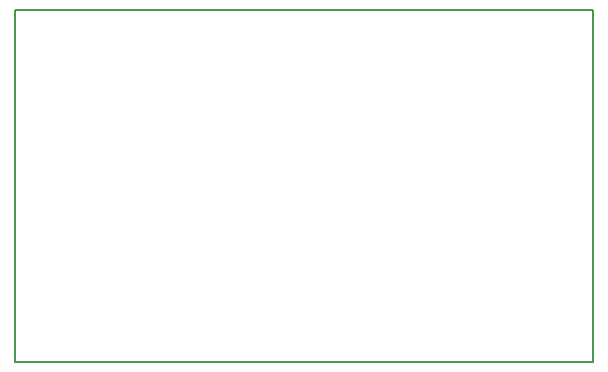
<source format=gbr>
G04 #@! TF.GenerationSoftware,KiCad,Pcbnew,(5.0.2)-1*
G04 #@! TF.CreationDate,2019-01-29T15:59:56+01:00*
G04 #@! TF.ProjectId,Kontrola,4b6f6e74-726f-46c6-912e-6b696361645f,rev?*
G04 #@! TF.SameCoordinates,Original*
G04 #@! TF.FileFunction,Profile,NP*
%FSLAX46Y46*%
G04 Gerber Fmt 4.6, Leading zero omitted, Abs format (unit mm)*
G04 Created by KiCad (PCBNEW (5.0.2)-1) date 2019-01-29 15:59:56*
%MOMM*%
%LPD*%
G01*
G04 APERTURE LIST*
%ADD10C,0.150000*%
G04 APERTURE END LIST*
D10*
X202565000Y-80010000D02*
X202565000Y-50165000D01*
X153670000Y-80010000D02*
X202565000Y-80010000D01*
X153670000Y-50165000D02*
X153670000Y-80010000D01*
X202565000Y-50165000D02*
X153670000Y-50165000D01*
M02*

</source>
